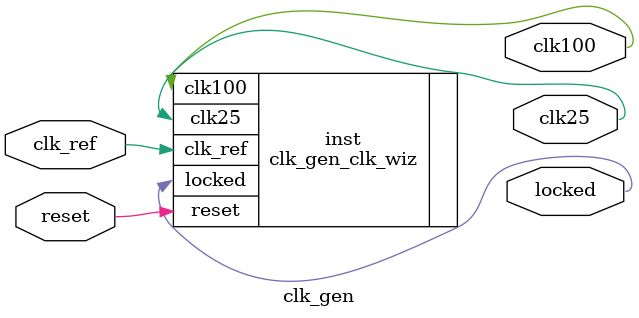
<source format=v>


`timescale 1ps/1ps

(* CORE_GENERATION_INFO = "clk_gen,clk_wiz_v6_0_9_0_0,{component_name=clk_gen,use_phase_alignment=true,use_min_o_jitter=false,use_max_i_jitter=false,use_dyn_phase_shift=false,use_inclk_switchover=false,use_dyn_reconfig=false,enable_axi=0,feedback_source=FDBK_AUTO,PRIMITIVE=MMCM,num_out_clk=2,clkin1_period=10.000,clkin2_period=10.000,use_power_down=false,use_reset=true,use_locked=true,use_inclk_stopped=false,feedback_type=SINGLE,CLOCK_MGR_TYPE=NA,manual_override=false}" *)

module clk_gen 
 (
  // Clock out ports
  output        clk100,
  output        clk25,
  // Status and control signals
  input         reset,
  output        locked,
 // Clock in ports
  input         clk_ref
 );

  clk_gen_clk_wiz inst
  (
  // Clock out ports  
  .clk100(clk100),
  .clk25(clk25),
  // Status and control signals               
  .reset(reset), 
  .locked(locked),
 // Clock in ports
  .clk_ref(clk_ref)
  );

endmodule

</source>
